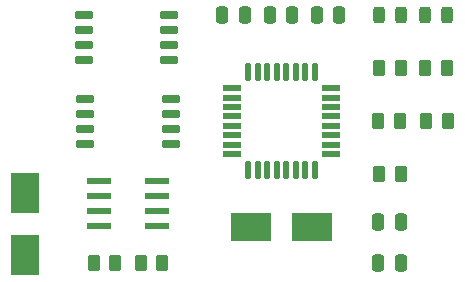
<source format=gbr>
%TF.GenerationSoftware,KiCad,Pcbnew,7.0.6-7.0.6~ubuntu22.10.1*%
%TF.CreationDate,2023-08-26T18:05:47+03:00*%
%TF.ProjectId,MCU Datalogger,4d435520-4461-4746-916c-6f676765722e,rev?*%
%TF.SameCoordinates,Original*%
%TF.FileFunction,Paste,Top*%
%TF.FilePolarity,Positive*%
%FSLAX46Y46*%
G04 Gerber Fmt 4.6, Leading zero omitted, Abs format (unit mm)*
G04 Created by KiCad (PCBNEW 7.0.6-7.0.6~ubuntu22.10.1) date 2023-08-26 18:05:47*
%MOMM*%
%LPD*%
G01*
G04 APERTURE LIST*
G04 Aperture macros list*
%AMRoundRect*
0 Rectangle with rounded corners*
0 $1 Rounding radius*
0 $2 $3 $4 $5 $6 $7 $8 $9 X,Y pos of 4 corners*
0 Add a 4 corners polygon primitive as box body*
4,1,4,$2,$3,$4,$5,$6,$7,$8,$9,$2,$3,0*
0 Add four circle primitives for the rounded corners*
1,1,$1+$1,$2,$3*
1,1,$1+$1,$4,$5*
1,1,$1+$1,$6,$7*
1,1,$1+$1,$8,$9*
0 Add four rect primitives between the rounded corners*
20,1,$1+$1,$2,$3,$4,$5,0*
20,1,$1+$1,$4,$5,$6,$7,0*
20,1,$1+$1,$6,$7,$8,$9,0*
20,1,$1+$1,$8,$9,$2,$3,0*%
G04 Aperture macros list end*
%ADD10RoundRect,0.250000X0.250000X0.475000X-0.250000X0.475000X-0.250000X-0.475000X0.250000X-0.475000X0*%
%ADD11RoundRect,0.250000X0.262500X0.450000X-0.262500X0.450000X-0.262500X-0.450000X0.262500X-0.450000X0*%
%ADD12R,2.400000X3.500000*%
%ADD13RoundRect,0.150000X-0.650000X-0.150000X0.650000X-0.150000X0.650000X0.150000X-0.650000X0.150000X0*%
%ADD14RoundRect,0.250000X-0.250000X-0.475000X0.250000X-0.475000X0.250000X0.475000X-0.250000X0.475000X0*%
%ADD15RoundRect,0.041300X-0.943700X-0.253700X0.943700X-0.253700X0.943700X0.253700X-0.943700X0.253700X0*%
%ADD16RoundRect,0.243750X-0.243750X-0.456250X0.243750X-0.456250X0.243750X0.456250X-0.243750X0.456250X0*%
%ADD17R,3.500000X2.400000*%
%ADD18RoundRect,0.250000X-0.262500X-0.450000X0.262500X-0.450000X0.262500X0.450000X-0.262500X0.450000X0*%
%ADD19RoundRect,0.038500X-0.696500X-0.236500X0.696500X-0.236500X0.696500X0.236500X-0.696500X0.236500X0*%
%ADD20RoundRect,0.099000X-0.176000X-0.636000X0.176000X-0.636000X0.176000X0.636000X-0.176000X0.636000X0*%
G04 APERTURE END LIST*
D10*
%TO.C,C2*%
X110575000Y-76000000D03*
X108675000Y-76000000D03*
%TD*%
D11*
%TO.C,R3*%
X110587500Y-72000000D03*
X108762500Y-72000000D03*
%TD*%
D12*
%TO.C,Y1*%
X78800000Y-78800000D03*
X78800000Y-73600000D03*
%TD*%
D11*
%TO.C,R2*%
X90412500Y-79500000D03*
X88587500Y-79500000D03*
%TD*%
D13*
%TO.C,U3*%
X83800000Y-58495000D03*
X83800000Y-59765000D03*
X83800000Y-61035000D03*
X83800000Y-62305000D03*
X91000000Y-62305000D03*
X91000000Y-61035000D03*
X91000000Y-59765000D03*
X91000000Y-58495000D03*
%TD*%
D14*
%TO.C,C5*%
X103500000Y-58500000D03*
X105400000Y-58500000D03*
%TD*%
D11*
%TO.C,R5*%
X114500000Y-63000000D03*
X112675000Y-63000000D03*
%TD*%
D14*
%TO.C,C1*%
X95500000Y-58500000D03*
X97400000Y-58500000D03*
%TD*%
D11*
%TO.C,R4*%
X110500000Y-67500000D03*
X108675000Y-67500000D03*
%TD*%
D10*
%TO.C,C4*%
X110575000Y-79500000D03*
X108675000Y-79500000D03*
%TD*%
D15*
%TO.C,U2*%
X85025000Y-72595000D03*
X85025000Y-73865000D03*
X85025000Y-75135000D03*
X85025000Y-76405000D03*
X89975000Y-76405000D03*
X89975000Y-75135000D03*
X89975000Y-73865000D03*
X89975000Y-72595000D03*
%TD*%
D14*
%TO.C,C3*%
X99500000Y-58500000D03*
X101400000Y-58500000D03*
%TD*%
D16*
%TO.C,D1*%
X112675000Y-58500000D03*
X114550000Y-58500000D03*
%TD*%
%TO.C,D2*%
X108737500Y-58500000D03*
X110612500Y-58500000D03*
%TD*%
D13*
%TO.C,U1*%
X83900000Y-65595000D03*
X83900000Y-66865000D03*
X83900000Y-68135000D03*
X83900000Y-69405000D03*
X91100000Y-69405000D03*
X91100000Y-68135000D03*
X91100000Y-66865000D03*
X91100000Y-65595000D03*
%TD*%
D17*
%TO.C,Y2*%
X103100000Y-76500000D03*
X97900000Y-76500000D03*
%TD*%
D18*
%TO.C,R6*%
X112762500Y-67500000D03*
X114587500Y-67500000D03*
%TD*%
%TO.C,R1*%
X84587500Y-79500000D03*
X86412500Y-79500000D03*
%TD*%
D19*
%TO.C,U4*%
X96330000Y-64700000D03*
X96330000Y-65500000D03*
X96330000Y-66300000D03*
X96330000Y-67100000D03*
X96330000Y-67900000D03*
X96330000Y-68700000D03*
X96330000Y-69500000D03*
X96330000Y-70300000D03*
D20*
X97700000Y-71670000D03*
X98500000Y-71670000D03*
X99300000Y-71670000D03*
X100100000Y-71670000D03*
X100900000Y-71670000D03*
X101700000Y-71670000D03*
X102500000Y-71670000D03*
X103300000Y-71670000D03*
D19*
X104670000Y-70300000D03*
X104670000Y-69500000D03*
X104670000Y-68700000D03*
X104670000Y-67900000D03*
X104670000Y-67100000D03*
X104670000Y-66300000D03*
X104670000Y-65500000D03*
X104670000Y-64700000D03*
D20*
X103300000Y-63330000D03*
X102500000Y-63330000D03*
X101700000Y-63330000D03*
X100900000Y-63330000D03*
X100100000Y-63330000D03*
X99300000Y-63330000D03*
X98500000Y-63330000D03*
X97700000Y-63330000D03*
%TD*%
D18*
%TO.C,R7*%
X108762500Y-63000000D03*
X110587500Y-63000000D03*
%TD*%
M02*

</source>
